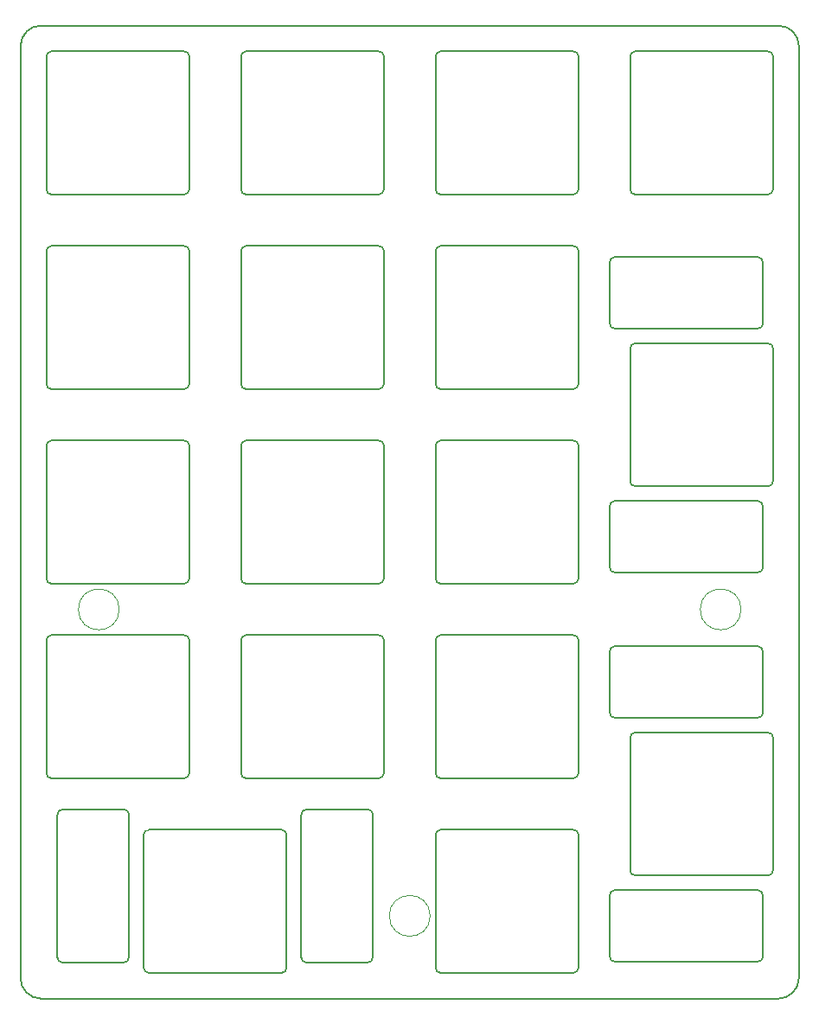
<source format=gbr>
%TF.GenerationSoftware,KiCad,Pcbnew,7.0.7*%
%TF.CreationDate,2023-12-10T01:33:23+02:00*%
%TF.ProjectId,calc_plate,63616c63-5f70-46c6-9174-652e6b696361,rev?*%
%TF.SameCoordinates,Original*%
%TF.FileFunction,Profile,NP*%
%FSLAX46Y46*%
G04 Gerber Fmt 4.6, Leading zero omitted, Abs format (unit mm)*
G04 Created by KiCad (PCBNEW 7.0.7) date 2023-12-10 01:33:23*
%MOMM*%
%LPD*%
G01*
G04 APERTURE LIST*
%TA.AperFunction,Profile*%
%ADD10C,0.200000*%
%TD*%
%TA.AperFunction,Profile*%
%ADD11C,0.100000*%
%TD*%
G04 APERTURE END LIST*
D10*
X49365000Y-108625000D02*
G75*
G03*
X49865000Y-109125000I500000J0D01*
G01*
X49865000Y-51975000D02*
X62865000Y-51975000D01*
X120015000Y-118650000D02*
G75*
G03*
X120515000Y-118150000I0J500000D01*
G01*
X87965000Y-114175000D02*
X100965000Y-114175000D01*
X46840000Y-37450000D02*
X46840000Y-128700000D01*
X63365000Y-38475000D02*
G75*
G03*
X62865000Y-37975000I-500000J0D01*
G01*
X87465000Y-108625000D02*
G75*
G03*
X87965000Y-109125000I500000J0D01*
G01*
X81915000Y-109125000D02*
G75*
G03*
X82415000Y-108625000I0J500000D01*
G01*
X62865000Y-90075000D02*
G75*
G03*
X63365000Y-89575000I0J500000D01*
G01*
X87965000Y-76075000D02*
X100965000Y-76075000D01*
X68415000Y-51475000D02*
G75*
G03*
X68915000Y-51975000I500000J0D01*
G01*
X104515000Y-102712000D02*
G75*
G03*
X105015000Y-103212000I500000J0D01*
G01*
X100965000Y-71025000D02*
G75*
G03*
X101465000Y-70525000I0J500000D01*
G01*
X49865000Y-57025000D02*
X62865000Y-57025000D01*
X87965000Y-95125000D02*
X100965000Y-95125000D01*
X121040000Y-130700000D02*
G75*
G03*
X123040000Y-128700000I0J2000000D01*
G01*
X104515000Y-64612000D02*
G75*
G03*
X105015000Y-65112000I500000J0D01*
G01*
X101465000Y-76575000D02*
X101465000Y-89575000D01*
X107015000Y-37975000D02*
G75*
G03*
X106515000Y-38475000I0J-500000D01*
G01*
X72890000Y-114675000D02*
X72890000Y-127675000D01*
X119015000Y-58112000D02*
X105015000Y-58112000D01*
X104515000Y-82488000D02*
X104515000Y-88488000D01*
X63365000Y-95625000D02*
X63365000Y-108625000D01*
X82415000Y-38475000D02*
G75*
G03*
X81915000Y-37975000I-500000J0D01*
G01*
X68415000Y-57525000D02*
X68415000Y-70525000D01*
X68415000Y-95625000D02*
X68415000Y-108625000D01*
X87965000Y-90075000D02*
X100965000Y-90075000D01*
X120515000Y-38475000D02*
X120515000Y-51475000D01*
X119515000Y-58612000D02*
X119515000Y-64612000D01*
X107015000Y-104650000D02*
G75*
G03*
X106515000Y-105150000I0J-500000D01*
G01*
X46840000Y-128700000D02*
G75*
G03*
X48840000Y-130700000I2000000J0D01*
G01*
X68915000Y-57025000D02*
X81915000Y-57025000D01*
X74828000Y-112175000D02*
G75*
G03*
X74328000Y-112675000I0J-500000D01*
G01*
X48840000Y-35450000D02*
G75*
G03*
X46840000Y-37450000I0J-2000000D01*
G01*
X119515000Y-96712000D02*
G75*
G03*
X119015000Y-96212000I-500000J0D01*
G01*
X119015000Y-88988000D02*
X105015000Y-88988000D01*
X120515000Y-67050000D02*
G75*
G03*
X120015000Y-66550000I-500000J0D01*
G01*
X63365000Y-95625000D02*
G75*
G03*
X62865000Y-95125000I-500000J0D01*
G01*
X106515000Y-118150000D02*
G75*
G03*
X107015000Y-118650000I500000J0D01*
G01*
X63365000Y-76575000D02*
G75*
G03*
X62865000Y-76075000I-500000J0D01*
G01*
X49865000Y-76075000D02*
G75*
G03*
X49365000Y-76575000I0J-500000D01*
G01*
X49865000Y-90075000D02*
X62865000Y-90075000D01*
X119015000Y-88988000D02*
G75*
G03*
X119515000Y-88488000I0J500000D01*
G01*
X121040000Y-130700000D02*
X48840000Y-130700000D01*
X50452000Y-126675000D02*
G75*
G03*
X50952000Y-127175000I500000J0D01*
G01*
D11*
X86940000Y-122600000D02*
G75*
G03*
X86940000Y-122600000I-2000000J0D01*
G01*
D10*
X87965000Y-95125000D02*
G75*
G03*
X87465000Y-95625000I0J-500000D01*
G01*
X68915000Y-71025000D02*
X81915000Y-71025000D01*
X101465000Y-57525000D02*
X101465000Y-70525000D01*
X74328000Y-126675000D02*
G75*
G03*
X74828000Y-127175000I500000J0D01*
G01*
X59390000Y-128175000D02*
X72390000Y-128175000D01*
X106515000Y-51475000D02*
G75*
G03*
X107015000Y-51975000I500000J0D01*
G01*
X100965000Y-109125000D02*
G75*
G03*
X101465000Y-108625000I0J500000D01*
G01*
X56952000Y-127175000D02*
X50952000Y-127175000D01*
X104515000Y-96712000D02*
X104515000Y-102712000D01*
X57452000Y-126675000D02*
X57452000Y-112675000D01*
X107015000Y-66550000D02*
G75*
G03*
X106515000Y-67050000I0J-500000D01*
G01*
X120015000Y-104650000D02*
X107015000Y-104650000D01*
X81328000Y-126675000D02*
X81328000Y-112675000D01*
X100965000Y-51975000D02*
G75*
G03*
X101465000Y-51475000I0J500000D01*
G01*
X80828000Y-112175000D02*
X74828000Y-112175000D01*
X56952000Y-127175000D02*
G75*
G03*
X57452000Y-126675000I0J500000D01*
G01*
X59390000Y-114175000D02*
X72390000Y-114175000D01*
X56952000Y-112175000D02*
X50952000Y-112175000D01*
X87465000Y-70525000D02*
G75*
G03*
X87965000Y-71025000I500000J0D01*
G01*
X82415000Y-76575000D02*
X82415000Y-89575000D01*
X72390000Y-128175000D02*
G75*
G03*
X72890000Y-127675000I0J500000D01*
G01*
X87965000Y-51975000D02*
X100965000Y-51975000D01*
X105015000Y-58112000D02*
G75*
G03*
X104515000Y-58612000I0J-500000D01*
G01*
X87465000Y-76575000D02*
X87465000Y-89575000D01*
X49365000Y-70525000D02*
G75*
G03*
X49865000Y-71025000I500000J0D01*
G01*
X120515000Y-105150000D02*
G75*
G03*
X120015000Y-104650000I-500000J0D01*
G01*
X119015000Y-65112000D02*
X105015000Y-65112000D01*
X119515000Y-58612000D02*
G75*
G03*
X119015000Y-58112000I-500000J0D01*
G01*
X49865000Y-71025000D02*
X62865000Y-71025000D01*
X107015000Y-37975000D02*
X120015000Y-37975000D01*
X68915000Y-37975000D02*
G75*
G03*
X68415000Y-38475000I0J-500000D01*
G01*
X107015000Y-51975000D02*
X120015000Y-51975000D01*
X68415000Y-76575000D02*
X68415000Y-89575000D01*
X105015000Y-120088000D02*
G75*
G03*
X104515000Y-120588000I0J-500000D01*
G01*
X68915000Y-90075000D02*
X81915000Y-90075000D01*
X120015000Y-80550000D02*
X107015000Y-80550000D01*
X50452000Y-126675000D02*
X50452000Y-112675000D01*
X120015000Y-80550000D02*
G75*
G03*
X120515000Y-80050000I0J500000D01*
G01*
D11*
X56500000Y-92600000D02*
G75*
G03*
X56500000Y-92600000I-2000000J0D01*
G01*
D10*
X87965000Y-114175000D02*
G75*
G03*
X87465000Y-114675000I0J-500000D01*
G01*
X63365000Y-76575000D02*
X63365000Y-89575000D01*
X49365000Y-51475000D02*
G75*
G03*
X49865000Y-51975000I500000J0D01*
G01*
X82415000Y-95625000D02*
G75*
G03*
X81915000Y-95125000I-500000J0D01*
G01*
X49365000Y-95625000D02*
X49365000Y-108625000D01*
X106515000Y-67050000D02*
X106515000Y-80050000D01*
X105015000Y-96212000D02*
G75*
G03*
X104515000Y-96712000I0J-500000D01*
G01*
X87465000Y-38475000D02*
X87465000Y-51475000D01*
X121040000Y-35450000D02*
X48840000Y-35450000D01*
X72890000Y-114675000D02*
G75*
G03*
X72390000Y-114175000I-500000J0D01*
G01*
X104515000Y-120588000D02*
X104515000Y-126588000D01*
X50952000Y-112175000D02*
G75*
G03*
X50452000Y-112675000I0J-500000D01*
G01*
X49865000Y-95125000D02*
G75*
G03*
X49365000Y-95625000I0J-500000D01*
G01*
X68915000Y-95125000D02*
X81915000Y-95125000D01*
X87465000Y-57525000D02*
X87465000Y-70525000D01*
X104515000Y-126588000D02*
G75*
G03*
X105015000Y-127088000I500000J0D01*
G01*
X49865000Y-76075000D02*
X62865000Y-76075000D01*
X58890000Y-127675000D02*
G75*
G03*
X59390000Y-128175000I500000J0D01*
G01*
X80828000Y-127175000D02*
X74828000Y-127175000D01*
X68915000Y-95125000D02*
G75*
G03*
X68415000Y-95625000I0J-500000D01*
G01*
X81915000Y-90075000D02*
G75*
G03*
X82415000Y-89575000I0J500000D01*
G01*
X87465000Y-89575000D02*
G75*
G03*
X87965000Y-90075000I500000J0D01*
G01*
X82415000Y-38475000D02*
X82415000Y-51475000D01*
X49865000Y-37975000D02*
G75*
G03*
X49365000Y-38475000I0J-500000D01*
G01*
X68915000Y-51975000D02*
X81915000Y-51975000D01*
X68915000Y-57025000D02*
G75*
G03*
X68415000Y-57525000I0J-500000D01*
G01*
X101465000Y-114675000D02*
X101465000Y-127675000D01*
X63365000Y-57525000D02*
X63365000Y-70525000D01*
X68915000Y-109125000D02*
X81915000Y-109125000D01*
X59390000Y-114175000D02*
G75*
G03*
X58890000Y-114675000I0J-500000D01*
G01*
X120515000Y-38475000D02*
G75*
G03*
X120015000Y-37975000I-500000J0D01*
G01*
X87965000Y-57025000D02*
G75*
G03*
X87465000Y-57525000I0J-500000D01*
G01*
X49365000Y-38475000D02*
X49365000Y-51475000D01*
X119515000Y-120588000D02*
G75*
G03*
X119015000Y-120088000I-500000J0D01*
G01*
X80828000Y-127175000D02*
G75*
G03*
X81328000Y-126675000I0J500000D01*
G01*
X87965000Y-57025000D02*
X100965000Y-57025000D01*
X105015000Y-81988000D02*
G75*
G03*
X104515000Y-82488000I0J-500000D01*
G01*
X119515000Y-96712000D02*
X119515000Y-102712000D01*
X49865000Y-95125000D02*
X62865000Y-95125000D01*
X123040000Y-37450000D02*
X123040000Y-128700000D01*
X120015000Y-118650000D02*
X107015000Y-118650000D01*
X101465000Y-95625000D02*
X101465000Y-108625000D01*
X119015000Y-65112000D02*
G75*
G03*
X119515000Y-64612000I0J500000D01*
G01*
X68415000Y-89575000D02*
G75*
G03*
X68915000Y-90075000I500000J0D01*
G01*
X82415000Y-76575000D02*
G75*
G03*
X81915000Y-76075000I-500000J0D01*
G01*
X101465000Y-114675000D02*
G75*
G03*
X100965000Y-114175000I-500000J0D01*
G01*
X106515000Y-105150000D02*
X106515000Y-118150000D01*
X101465000Y-57525000D02*
G75*
G03*
X100965000Y-57025000I-500000J0D01*
G01*
X87965000Y-109125000D02*
X100965000Y-109125000D01*
X120015000Y-66550000D02*
X107015000Y-66550000D01*
X104515000Y-88488000D02*
G75*
G03*
X105015000Y-88988000I500000J0D01*
G01*
X49865000Y-109125000D02*
X62865000Y-109125000D01*
X68415000Y-108625000D02*
G75*
G03*
X68915000Y-109125000I500000J0D01*
G01*
X100965000Y-128175000D02*
G75*
G03*
X101465000Y-127675000I0J500000D01*
G01*
X119515000Y-82488000D02*
G75*
G03*
X119015000Y-81988000I-500000J0D01*
G01*
X119015000Y-96212000D02*
X105015000Y-96212000D01*
X68915000Y-76075000D02*
X81915000Y-76075000D01*
X104515000Y-58612000D02*
X104515000Y-64612000D01*
X81915000Y-51975000D02*
G75*
G03*
X82415000Y-51475000I0J500000D01*
G01*
X57452000Y-112675000D02*
G75*
G03*
X56952000Y-112175000I-500000J0D01*
G01*
X100965000Y-90075000D02*
G75*
G03*
X101465000Y-89575000I0J500000D01*
G01*
X106515000Y-80050000D02*
G75*
G03*
X107015000Y-80550000I500000J0D01*
G01*
X87465000Y-51475000D02*
G75*
G03*
X87965000Y-51975000I500000J0D01*
G01*
X49865000Y-37975000D02*
X62865000Y-37975000D01*
X87965000Y-76075000D02*
G75*
G03*
X87465000Y-76575000I0J-500000D01*
G01*
X119015000Y-103212000D02*
G75*
G03*
X119515000Y-102712000I0J500000D01*
G01*
X63365000Y-38475000D02*
X63365000Y-51475000D01*
X49365000Y-76575000D02*
X49365000Y-89575000D01*
X62865000Y-51975000D02*
G75*
G03*
X63365000Y-51475000I0J500000D01*
G01*
X49365000Y-89575000D02*
G75*
G03*
X49865000Y-90075000I500000J0D01*
G01*
X49365000Y-57525000D02*
X49365000Y-70525000D01*
X101465000Y-76575000D02*
G75*
G03*
X100965000Y-76075000I-500000J0D01*
G01*
X119015000Y-127088000D02*
G75*
G03*
X119515000Y-126588000I0J500000D01*
G01*
X123040000Y-37450000D02*
G75*
G03*
X121040000Y-35450000I-2000000J0D01*
G01*
X87465000Y-127675000D02*
G75*
G03*
X87965000Y-128175000I500000J0D01*
G01*
X87965000Y-37975000D02*
X100965000Y-37975000D01*
X87965000Y-128175000D02*
X100965000Y-128175000D01*
X74328000Y-126675000D02*
X74328000Y-112675000D01*
X62865000Y-71025000D02*
G75*
G03*
X63365000Y-70525000I0J500000D01*
G01*
X120515000Y-105150000D02*
X120515000Y-118150000D01*
X119015000Y-120088000D02*
X105015000Y-120088000D01*
X82415000Y-95625000D02*
X82415000Y-108625000D01*
X68915000Y-37975000D02*
X81915000Y-37975000D01*
X119015000Y-81988000D02*
X105015000Y-81988000D01*
X101465000Y-38475000D02*
X101465000Y-51475000D01*
X68915000Y-76075000D02*
G75*
G03*
X68415000Y-76575000I0J-500000D01*
G01*
X63365000Y-57525000D02*
G75*
G03*
X62865000Y-57025000I-500000J0D01*
G01*
X62865000Y-109125000D02*
G75*
G03*
X63365000Y-108625000I0J500000D01*
G01*
X49865000Y-57025000D02*
G75*
G03*
X49365000Y-57525000I0J-500000D01*
G01*
X58890000Y-114675000D02*
X58890000Y-127675000D01*
X87465000Y-114675000D02*
X87465000Y-127675000D01*
X87465000Y-95625000D02*
X87465000Y-108625000D01*
D11*
X117380000Y-92600000D02*
G75*
G03*
X117380000Y-92600000I-2000000J0D01*
G01*
D10*
X87965000Y-71025000D02*
X100965000Y-71025000D01*
X119515000Y-82488000D02*
X119515000Y-88488000D01*
X106515000Y-38475000D02*
X106515000Y-51475000D01*
X120015000Y-51975000D02*
G75*
G03*
X120515000Y-51475000I0J500000D01*
G01*
X87965000Y-37975000D02*
G75*
G03*
X87465000Y-38475000I0J-500000D01*
G01*
X68415000Y-38475000D02*
X68415000Y-51475000D01*
X119515000Y-120588000D02*
X119515000Y-126588000D01*
X120515000Y-67050000D02*
X120515000Y-80050000D01*
X82415000Y-57525000D02*
G75*
G03*
X81915000Y-57025000I-500000J0D01*
G01*
X119015000Y-103212000D02*
X105015000Y-103212000D01*
X101465000Y-95625000D02*
G75*
G03*
X100965000Y-95125000I-500000J0D01*
G01*
X119015000Y-127088000D02*
X105015000Y-127088000D01*
X81915000Y-71025000D02*
G75*
G03*
X82415000Y-70525000I0J500000D01*
G01*
X68415000Y-70525000D02*
G75*
G03*
X68915000Y-71025000I500000J0D01*
G01*
X81328000Y-112675000D02*
G75*
G03*
X80828000Y-112175000I-500000J0D01*
G01*
X101465000Y-38475000D02*
G75*
G03*
X100965000Y-37975000I-500000J0D01*
G01*
X82415000Y-57525000D02*
X82415000Y-70525000D01*
M02*

</source>
